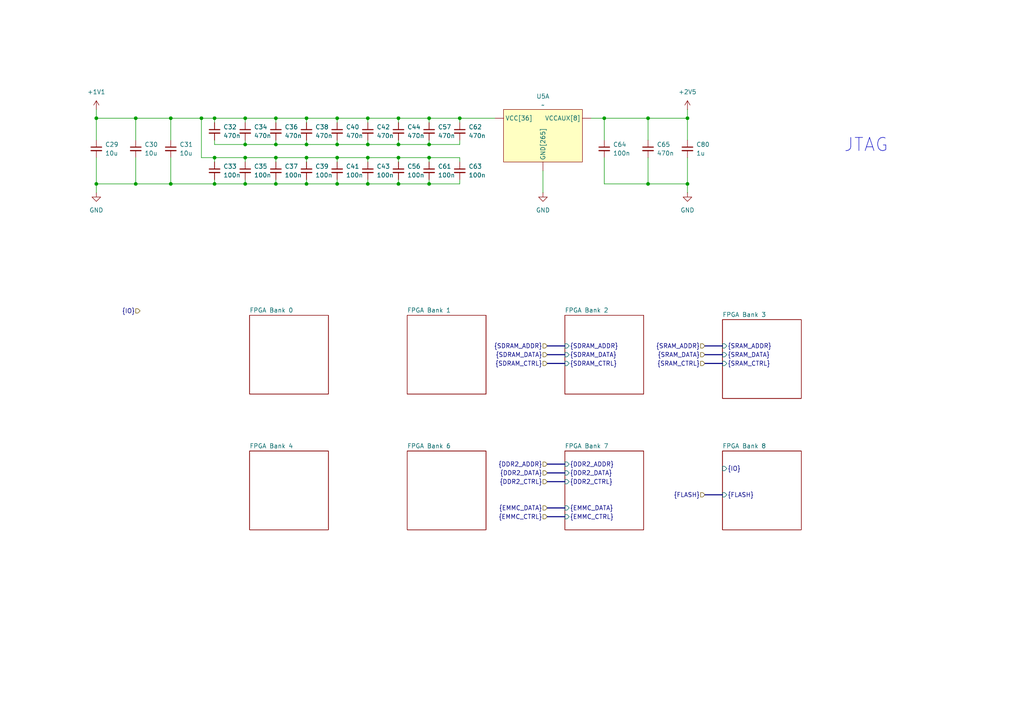
<source format=kicad_sch>
(kicad_sch (version 20231120) (generator "eeschema") (generator_version "8.0")
  (paper "A4")
  (title_block (title "${Project Designation}") (date "2024-06-30") (rev "${Revision}") (comment 1 "${Project Title}") (comment 2 "FPGA POWER") (comment 3 "${Part Number}"))
  (lib_symbols
    (symbol "Device:C_Small" (pin_numbers hide) (pin_names (offset 0.254) hide)
      (property "Reference" "C" (at 0.254 1.778 0))
      (property "Value" "C_Small" (at 0.254 -2.032 0))
      (symbol "C_Small_0_1"
        (polyline (pts (xy -1.524 -0.508) (xy 1.524 -0.508)) (stroke (width 0.3302)))
        (polyline (pts (xy -1.524 0.508) (xy 1.524 0.508)) (stroke (width 0.3048)))
      )
      (symbol "C_Small_1_1"
        (pin passive line (at 0 2.54 270) (length 2.032) (name "~") (number "1"))
        (pin passive line (at 0 -2.54 90) (length 2.032) (name "~") (number "2"))
      )
    )
    (symbol "ECAP5-BSOM:LFE5U-85F-*BG756*"
      (property "Reference" "U" (at -1.016 3.81 0))
      (symbol "LFE5U-85F-*BG756*_1_0"
        (pin power_in line (at 8.89 -15.24 90) (length 2.54) (name "GND[265]") (number ""))
        (pin power_in line (at 22.86 0 180) (length 2.54) (name "VCCAUX[8]") (number ""))
        (pin power_in line (at -5.08 0 0) (length 2.54) (name "VCC[36]") (number ""))
        (pin power_in line (at 8.89 -15.24 90) (length 2.54) hide (name "GND") (number "AA11"))
        (pin power_in line (at -5.08 0 0) (length 2.54) hide (name "VCC") (number "AA12"))
        (pin power_in line (at -5.08 0 0) (length 2.54) hide (name "VCC") (number "AA13"))
        (pin power_in line (at -5.08 0 0) (length 2.54) hide (name "VCC") (number "AA14"))
        (pin power_in line (at -5.08 0 0) (length 2.54) hide (name "VCC") (number "AA15"))
        (pin power_in line (at -5.08 0 0) (length 2.54) hide (name "VCC") (number "AA16"))
        (pin power_in line (at -5.08 0 0) (length 2.54) hide (name "VCC") (number "AA17"))
        (pin power_in line (at -5.08 0 0) (length 2.54) hide (name "VCC") (number "AA18"))
        (pin power_in line (at -5.08 0 0) (length 2.54) hide (name "VCC") (number "AA19"))
        (pin power_in line (at -5.08 0 0) (length 2.54) hide (name "VCC") (number "AA20"))
        (pin power_in line (at -5.08 0 0) (length 2.54) hide (name "VCC") (number "AA21"))
        (pin power_in line (at 8.89 -15.24 90) (length 2.54) hide (name "GND") (number "AA22"))
        (pin power_in line (at 8.89 -15.24 90) (length 2.54) hide (name "GND") (number "AB11"))
        (pin power_in line (at 8.89 -15.24 90) (length 2.54) hide (name "GND") (number "AB12"))
        (pin power_in line (at 8.89 -15.24 90) (length 2.54) hide (name "GND") (number "AB13"))
        (pin power_in line (at 8.89 -15.24 90) (length 2.54) hide (name "GND") (number "AB14"))
        (pin power_in line (at 8.89 -15.24 90) (length 2.54) hide (name "GND") (number "AB15"))
        (pin power_in line (at 8.89 -15.24 90) (length 2.54) hide (name "GND") (number "AB16"))
        (pin power_in line (at 8.89 -15.24 90) (length 2.54) hide (name "GND") (number "AB17"))
        (pin power_in line (at 8.89 -15.24 90) (length 2.54) hide (name "GND") (number "AB18"))
        (pin power_in line (at 8.89 -15.24 90) (length 2.54) hide (name "GND") (number "AB19"))
        (pin power_in line (at 8.89 -15.24 90) (length 2.54) hide (name "GND") (number "AB20"))
        (pin power_in line (at 8.89 -15.24 90) (length 2.54) hide (name "GND") (number "AB21"))
        (pin power_in line (at 8.89 -15.24 90) (length 2.54) hide (name "GND") (number "AB22"))
        (pin power_in line (at 22.86 0 180) (length 2.54) hide (name "VCCAUX") (number "AC11"))
        (pin power_in line (at 8.89 -15.24 90) (length 2.54) hide (name "GND") (number "AC12"))
        (pin power_in line (at 8.89 -15.24 90) (length 2.54) hide (name "GND") (number "AC13"))
        (pin power_in line (at 8.89 -15.24 90) (length 2.54) hide (name "GND") (number "AC14"))
        (pin power_in line (at 8.89 -15.24 90) (length 2.54) hide (name "GND") (number "AC15"))
        (pin power_in line (at 8.89 -15.24 90) (length 2.54) hide (name "GND") (number "AC16"))
        (pin power_in line (at 8.89 -15.24 90) (length 2.54) hide (name "GND") (number "AC17"))
        (pin power_in line (at 8.89 -15.24 90) (length 2.54) hide (name "GND") (number "AC18"))
        (pin power_in line (at 8.89 -15.24 90) (length 2.54) hide (name "GND") (number "AC19"))
        (pin power_in line (at 8.89 -15.24 90) (length 2.54) hide (name "GND") (number "AC20"))
        (pin power_in line (at 8.89 -15.24 90) (length 2.54) hide (name "GND") (number "AC21"))
        (pin power_in line (at 22.86 0 180) (length 2.54) hide (name "VCCAUX") (number "AC22"))
        (pin power_in line (at 8.89 -15.24 90) (length 2.54) hide (name "GND") (number "AD2"))
        (pin power_in line (at 8.89 -15.24 90) (length 2.54) hide (name "GND") (number "AD28"))
        (pin power_in line (at 8.89 -15.24 90) (length 2.54) hide (name "GND") (number "AD31"))
        (pin power_in line (at 8.89 -15.24 90) (length 2.54) hide (name "GND") (number "AD5"))
        (pin power_in line (at 8.89 -15.24 90) (length 2.54) hide (name "GND") (number "AF11"))
        (pin power_in line (at 8.89 -15.24 90) (length 2.54) hide (name "GND") (number "AF12"))
        (pin power_in line (at 8.89 -15.24 90) (length 2.54) hide (name "GND") (number "AF14"))
        (pin power_in line (at 8.89 -15.24 90) (length 2.54) hide (name "GND") (number "AF15"))
        (pin power_in line (at 8.89 -15.24 90) (length 2.54) hide (name "GND") (number "AF16"))
        (pin power_in line (at 8.89 -15.24 90) (length 2.54) hide (name "GND") (number "AF17"))
        (pin power_in line (at 8.89 -15.24 90) (length 2.54) hide (name "GND") (number "AF19"))
        (pin power_in line (at 8.89 -15.24 90) (length 2.54) hide (name "GND") (number "AF20"))
        (pin power_in line (at 8.89 -15.24 90) (length 2.54) hide (name "GND") (number "AF22"))
        (pin power_in line (at 8.89 -15.24 90) (length 2.54) hide (name "GND") (number "AF23"))
        (pin power_in line (at 8.89 -15.24 90) (length 2.54) hide (name "GND") (number "AG11"))
        (pin power_in line (at 8.89 -15.24 90) (length 2.54) hide (name "GND") (number "AG12"))
        (pin power_in line (at 8.89 -15.24 90) (length 2.54) hide (name "GND") (number "AG14"))
        (pin power_in line (at 8.89 -15.24 90) (length 2.54) hide (name "GND") (number "AG15"))
        (pin power_in line (at 8.89 -15.24 90) (length 2.54) hide (name "GND") (number "AG16"))
        (pin power_in line (at 8.89 -15.24 90) (length 2.54) hide (name "GND") (number "AG17"))
        (pin power_in line (at 8.89 -15.24 90) (length 2.54) hide (name "GND") (number "AG19"))
        (pin power_in line (at 8.89 -15.24 90) (length 2.54) hide (name "GND") (number "AG20"))
        (pin power_in line (at 8.89 -15.24 90) (length 2.54) hide (name "GND") (number "AG22"))
        (pin power_in line (at 8.89 -15.24 90) (length 2.54) hide (name "GND") (number "AG23"))
        (pin power_in line (at 8.89 -15.24 90) (length 2.54) hide (name "GND") (number "AG9"))
        (pin power_in line (at 8.89 -15.24 90) (length 2.54) hide (name "GND") (number "AH11"))
        (pin power_in line (at 8.89 -15.24 90) (length 2.54) hide (name "GND") (number "AH12"))
        (pin power_in line (at 8.89 -15.24 90) (length 2.54) hide (name "GND") (number "AH14"))
        (pin power_in line (at 8.89 -15.24 90) (length 2.54) hide (name "GND") (number "AH15"))
        (pin power_in line (at 8.89 -15.24 90) (length 2.54) hide (name "GND") (number "AH16"))
        (pin power_in line (at 8.89 -15.24 90) (length 2.54) hide (name "GND") (number "AH17"))
        (pin power_in line (at 8.89 -15.24 90) (length 2.54) hide (name "GND") (number "AH19"))
        (pin power_in line (at 8.89 -15.24 90) (length 2.54) hide (name "GND") (number "AH2"))
        (pin power_in line (at 8.89 -15.24 90) (length 2.54) hide (name "GND") (number "AH20"))
        (pin power_in line (at 8.89 -15.24 90) (length 2.54) hide (name "GND") (number "AH22"))
        (pin power_in line (at 8.89 -15.24 90) (length 2.54) hide (name "GND") (number "AH23"))
        (pin power_in line (at 8.89 -15.24 90) (length 2.54) hide (name "GND") (number "AH24"))
        (pin power_in line (at 8.89 -15.24 90) (length 2.54) hide (name "GND") (number "AH25"))
        (pin power_in line (at 8.89 -15.24 90) (length 2.54) hide (name "GND") (number "AH26"))
        (pin power_in line (at 8.89 -15.24 90) (length 2.54) hide (name "GND") (number "AH29"))
        (pin power_in line (at 8.89 -15.24 90) (length 2.54) hide (name "GND") (number "AH31"))
        (pin power_in line (at 8.89 -15.24 90) (length 2.54) hide (name "GND") (number "AH5"))
        (pin power_in line (at 8.89 -15.24 90) (length 2.54) hide (name "GND") (number "AH7"))
        (pin power_in line (at 8.89 -15.24 90) (length 2.54) hide (name "GND") (number "AH8"))
        (pin power_in line (at 8.89 -15.24 90) (length 2.54) hide (name "GND") (number "AH9"))
        (pin power_in line (at 8.89 -15.24 90) (length 2.54) hide (name "GND") (number "AJ10"))
        (pin power_in line (at 8.89 -15.24 90) (length 2.54) hide (name "GND") (number "AJ11"))
        (pin power_in line (at 8.89 -15.24 90) (length 2.54) hide (name "GND") (number "AJ12"))
        (pin power_in line (at 8.89 -15.24 90) (length 2.54) hide (name "GND") (number "AJ13"))
        (pin power_in line (at 8.89 -15.24 90) (length 2.54) hide (name "GND") (number "AJ14"))
        (pin power_in line (at 8.89 -15.24 90) (length 2.54) hide (name "GND") (number "AJ15"))
        (pin power_in line (at 8.89 -15.24 90) (length 2.54) hide (name "GND") (number "AJ16"))
        (pin power_in line (at 8.89 -15.24 90) (length 2.54) hide (name "GND") (number "AJ17"))
        (pin power_in line (at 8.89 -15.24 90) (length 2.54) hide (name "GND") (number "AJ18"))
        (pin power_in line (at 8.89 -15.24 90) (length 2.54) hide (name "GND") (number "AJ19"))
        (pin power_in line (at 8.89 -15.24 90) (length 2.54) hide (name "GND") (number "AJ20"))
        (pin power_in line (at 8.89 -15.24 90) (length 2.54) hide (name "GND") (number "AJ21"))
        (pin power_in line (at 8.89 -15.24 90) (length 2.54) hide (name "GND") (number "AJ22"))
        (pin power_in line (at 8.89 -15.24 90) (length 2.54) hide (name "GND") (number "AJ23"))
        (pin power_in line (at 8.89 -15.24 90) (length 2.54) hide (name "GND") (number "AJ24"))
        (pin power_in line (at 8.89 -15.24 90) (length 2.54) hide (name "GND") (number "AJ25"))
        (pin power_in line (at 8.89 -15.24 90) (length 2.54) hide (name "GND") (number "AJ26"))
        (pin power_in line (at 8.89 -15.24 90) (length 2.54) hide (name "GND") (number "AJ7"))
        (pin power_in line (at 8.89 -15.24 90) (length 2.54) hide (name "GND") (number "AJ8"))
        (pin power_in line (at 8.89 -15.24 90) (length 2.54) hide (name "GND") (number "AJ9"))
        (pin power_in line (at 8.89 -15.24 90) (length 2.54) hide (name "GND") (number "AK11"))
        (pin power_in line (at 8.89 -15.24 90) (length 2.54) hide (name "GND") (number "AK14"))
        (pin power_in line (at 8.89 -15.24 90) (length 2.54) hide (name "GND") (number "AK17"))
        (pin power_in line (at 8.89 -15.24 90) (length 2.54) hide (name "GND") (number "AK20"))
        (pin power_in line (at 8.89 -15.24 90) (length 2.54) hide (name "GND") (number "AK23"))
        (pin power_in line (at 8.89 -15.24 90) (length 2.54) hide (name "GND") (number "AK26"))
        (pin power_in line (at 8.89 -15.24 90) (length 2.54) hide (name "GND") (number "AK7"))
        (pin power_in line (at 8.89 -15.24 90) (length 2.54) hide (name "GND") (number "AK8"))
        (pin power_in line (at 8.89 -15.24 90) (length 2.54) hide (name "GND") (number "AL11"))
        (pin power_in line (at 8.89 -15.24 90) (length 2.54) hide (name "GND") (number "AL12"))
        (pin power_in line (at 8.89 -15.24 90) (length 2.54) hide (name "GND") (number "AL14"))
        (pin power_in line (at 8.89 -15.24 90) (length 2.54) hide (name "GND") (number "AL15"))
        (pin power_in line (at 8.89 -15.24 90) (length 2.54) hide (name "GND") (number "AL17"))
        (pin power_in line (at 8.89 -15.24 90) (length 2.54) hide (name "GND") (number "AL18"))
        (pin power_in line (at 8.89 -15.24 90) (length 2.54) hide (name "GND") (number "AL2"))
        (pin power_in line (at 8.89 -15.24 90) (length 2.54) hide (name "GND") (number "AL20"))
        (pin power_in line (at 8.89 -15.24 90) (length 2.54) hide (name "GND") (number "AL21"))
        (pin power_in line (at 8.89 -15.24 90) (length 2.54) hide (name "GND") (number "AL23"))
        (pin power_in line (at 8.89 -15.24 90) (length 2.54) hide (name "GND") (number "AL24"))
        (pin power_in line (at 8.89 -15.24 90) (length 2.54) hide (name "GND") (number "AL26"))
        (pin power_in line (at 8.89 -15.24 90) (length 2.54) hide (name "GND") (number "AL29"))
        (pin power_in line (at 8.89 -15.24 90) (length 2.54) hide (name "GND") (number "AL31"))
        (pin power_in line (at 8.89 -15.24 90) (length 2.54) hide (name "GND") (number "AL5"))
        (pin power_in line (at 8.89 -15.24 90) (length 2.54) hide (name "GND") (number "AL7"))
        (pin power_in line (at 8.89 -15.24 90) (length 2.54) hide (name "GND") (number "AL8"))
        (pin power_in line (at 8.89 -15.24 90) (length 2.54) hide (name "GND") (number "AL9"))
        (pin power_in line (at 8.89 -15.24 90) (length 2.54) hide (name "GND") (number "AM11"))
        (pin power_in line (at 8.89 -15.24 90) (length 2.54) hide (name "GND") (number "AM12"))
        (pin power_in line (at 8.89 -15.24 90) (length 2.54) hide (name "GND") (number "AM14"))
        (pin power_in line (at 8.89 -15.24 90) (length 2.54) hide (name "GND") (number "AM15"))
        (pin power_in line (at 8.89 -15.24 90) (length 2.54) hide (name "GND") (number "AM17"))
        (pin power_in line (at 8.89 -15.24 90) (length 2.54) hide (name "GND") (number "AM18"))
        (pin power_in line (at 8.89 -15.24 90) (length 2.54) hide (name "GND") (number "AM20"))
        (pin power_in line (at 8.89 -15.24 90) (length 2.54) hide (name "GND") (number "AM21"))
        (pin power_in line (at 8.89 -15.24 90) (length 2.54) hide (name "GND") (number "AM23"))
        (pin power_in line (at 8.89 -15.24 90) (length 2.54) hide (name "GND") (number "AM24"))
        (pin power_in line (at 8.89 -15.24 90) (length 2.54) hide (name "GND") (number "AM26"))
        (pin power_in line (at 8.89 -15.24 90) (length 2.54) hide (name "GND") (number "AM7"))
        (pin power_in line (at 8.89 -15.24 90) (length 2.54) hide (name "GND") (number "AM8"))
        (pin power_in line (at 8.89 -15.24 90) (length 2.54) hide (name "GND") (number "AM9"))
        (pin power_in line (at 8.89 -15.24 90) (length 2.54) hide (name "GND") (number "B13"))
        (pin power_in line (at 8.89 -15.24 90) (length 2.54) hide (name "GND") (number "B15"))
        (pin power_in line (at 8.89 -15.24 90) (length 2.54) hide (name "GND") (number "B18"))
        (pin power_in line (at 8.89 -15.24 90) (length 2.54) hide (name "GND") (number "B2"))
        (pin power_in line (at 8.89 -15.24 90) (length 2.54) hide (name "GND") (number "B20"))
        (pin power_in line (at 8.89 -15.24 90) (length 2.54) hide (name "GND") (number "B24"))
        (pin power_in line (at 8.89 -15.24 90) (length 2.54) hide (name "GND") (number "B28"))
        (pin power_in line (at 8.89 -15.24 90) (length 2.54) hide (name "GND") (number "B31"))
        (pin power_in line (at 8.89 -15.24 90) (length 2.54) hide (name "GND") (number "B5"))
        (pin power_in line (at 8.89 -15.24 90) (length 2.54) hide (name "GND") (number "B9"))
        (pin power_in line (at 8.89 -15.24 90) (length 2.54) hide (name "GND") (number "E13"))
        (pin power_in line (at 8.89 -15.24 90) (length 2.54) hide (name "GND") (number "E15"))
        (pin power_in line (at 8.89 -15.24 90) (length 2.54) hide (name "GND") (number "E18"))
        (pin power_in line (at 8.89 -15.24 90) (length 2.54) hide (name "GND") (number "E2"))
        (pin power_in line (at 8.89 -15.24 90) (length 2.54) hide (name "GND") (number "E20"))
        (pin power_in line (at 8.89 -15.24 90) (length 2.54) hide (name "GND") (number "E24"))
        (pin power_in line (at 8.89 -15.24 90) (length 2.54) hide (name "GND") (number "E28"))
        (pin power_in line (at 8.89 -15.24 90) (length 2.54) hide (name "GND") (number "E31"))
        (pin power_in line (at 8.89 -15.24 90) (length 2.54) hide (name "GND") (number "E5"))
        (pin power_in line (at 8.89 -15.24 90) (length 2.54) hide (name "GND") (number "E9"))
        (pin power_in line (at 8.89 -15.24 90) (length 2.54) hide (name "GND") (number "J2"))
        (pin power_in line (at 8.89 -15.24 90) (length 2.54) hide (name "GND") (number "J28"))
        (pin power_in line (at 8.89 -15.24 90) (length 2.54) hide (name "GND") (number "J31"))
        (pin power_in line (at 8.89 -15.24 90) (length 2.54) hide (name "GND") (number "J5"))
        (pin power_in line (at 8.89 -15.24 90) (length 2.54) hide (name "GND") (number "K10"))
        (pin power_in line (at 8.89 -15.24 90) (length 2.54) hide (name "GND") (number "K11"))
        (pin power_in line (at 22.86 0 180) (length 2.54) hide (name "VCCAUX") (number "K13"))
        (pin power_in line (at 22.86 0 180) (length 2.54) hide (name "VCCAUX") (number "K20"))
        (pin power_in line (at 8.89 -15.24 90) (length 2.54) hide (name "GND") (number "K22"))
        (pin power_in line (at 8.89 -15.24 90) (length 2.54) hide (name "GND") (number "K23"))
        (pin power_in line (at 8.89 -15.24 90) (length 2.54) hide (name "GND") (number "L10"))
        (pin power_in line (at 8.89 -15.24 90) (length 2.54) hide (name "GND") (number "L11"))
        (pin power_in line (at 8.89 -15.24 90) (length 2.54) hide (name "GND") (number "L12"))
        (pin power_in line (at 8.89 -15.24 90) (length 2.54) hide (name "GND") (number "L13"))
        (pin power_in line (at 8.89 -15.24 90) (length 2.54) hide (name "GND") (number "L14"))
        (pin power_in line (at 8.89 -15.24 90) (length 2.54) hide (name "GND") (number "L15"))
        (pin power_in line (at 8.89 -15.24 90) (length 2.54) hide (name "GND") (number "L16"))
        (pin power_in line (at 8.89 -15.24 90) (length 2.54) hide (name "GND") (number "L17"))
        (pin power_in line (at 8.89 -15.24 90) (length 2.54) hide (name "GND") (number "L18"))
        (pin power_in line (at 8.89 -15.24 90) (length 2.54) hide (name "GND") (number "L19"))
        (pin power_in line (at 8.89 -15.24 90) (length 2.54) hide (name "GND") (number "L20"))
        (pin power_in line (at 8.89 -15.24 90) (length 2.54) hide (name "GND") (number "L21"))
        (pin power_in line (at 8.89 -15.24 90) (length 2.54) hide (name "GND") (number "L22"))
        (pin power_in line (at 8.89 -15.24 90) (length 2.54) hide (name "GND") (number "L23"))
        (pin power_in line (at 8.89 -15.24 90) (length 2.54) hide (name "GND") (number "M11"))
        (pin power_in line (at -5.08 0 0) (length 2.54) hide (name "VCC") (number "M12"))
        (pin power_in line (at -5.08 0 0) (length 2.54) hide (name "VCC") (number "M13"))
        (pin power_in line (at -5.08 0 0) (length 2.54) hide (name "VCC") (number "M14"))
        (pin power_in line (at -5.08 0 0) (length 2.54) hide (name "VCC") (number "M15"))
        (pin power_in line (at -5.08 0 0) (length 2.54) hide (name "VCC") (number "M16"))
        (pin power_in line (at -5.08 0 0) (length 2.54) hide (name "VCC") (number "M17"))
        (pin power_in line (at -5.08 0 0) (length 2.54) hide (name "VCC") (number "M18"))
        (pin power_in line (at -5.08 0 0) (length 2.54) hide (name "VCC") (number "M19"))
        (pin power_in line (at -5.08 0 0) (length 2.54) hide (name "VCC") (number "M20"))
        (pin power_in line (at -5.08 0 0) (length 2.54) hide (name "VCC") (number "M21"))
        (pin power_in line (at 8.89 -15.24 90) (length 2.54) hide (name "GND") (number "M22"))
        (pin power_in line (at 22.86 0 180) (length 2.54) hide (name "VCCAUX") (number "N10"))
        (pin power_in line (at 8.89 -15.24 90) (length 2.54) hide (name "GND") (number "N11"))
        (pin power_in line (at -5.08 0 0) (length 2.54) hide (name "VCC") (number "N12"))
        (pin power_in line (at 8.89 -15.24 90) (length 2.54) hide (name "GND") (number "N13"))
        (pin power_in line (at 8.89 -15.24 90) (length 2.54) hide (name "GND") (number "N14"))
        (pin power_in line (at 8.89 -15.24 90) (length 2.54) hide (name "GND") (number "N15"))
        (pin power_in line (at 8.89 -15.24 90) (length 2.54) hide (name "GND") (number "N16"))
        (pin power_in line (at 8.89 -15.24 90) (length 2.54) hide (name "GND") (number "N17"))
        (pin power_in line (at 8.89 -15.24 90) (length 2.54) hide (name "GND") (number "N18"))
        (pin power_in line (at 8.89 -15.24 90) (length 2.54) hide (name "GND") (number "N19"))
        (pin power_in line (at 8.89 -15.24 90) (length 2.54) hide (name "GND") (number "N2"))
        (pin power_in line (at 8.89 -15.24 90) (length 2.54) hide (name "GND") (number "N20"))
        (pin power_in line (at -5.08 0 0) (length 2.54) hide (name "VCC") (number "N21"))
        (pin power_in line (at 8.89 -15.24 90) (length 2.54) hide (name "GND") (number "N22"))
        (pin power_in line (at 22.86 0 180) (length 2.54) hide (name "VCCAUX") (number "N23"))
        (pin power_in line (at 8.89 -15.24 90) (length 2.54) hide (name "GND") (number "N28"))
        (pin power_in line (at 8.89 -15.24 90) (length 2.54) hide (name "GND") (number "N31"))
        (pin power_in line (at 8.89 -15.24 90) (length 2.54) hide (name "GND") (number "N5"))
        (pin power_in line (at 8.89 -15.24 90) (length 2.54) hide (name "GND") (number "P11"))
        (pin power_in line (at -5.08 0 0) (length 2.54) hide (name "VCC") (number "P12"))
        (pin power_in line (at 8.89 -15.24 90) (length 2.54) hide (name "GND") (number "P13"))
        (pin power_in line (at 8.89 -15.24 90) (length 2.54) hide (name "GND") (number "P14"))
        (pin power_in line (at 8.89 -15.24 90) (length 2.54) hide (name "GND") (number "P15"))
        (pin power_in line (at 8.89 -15.24 90) (length 2.54) hide (name "GND") (number "P16"))
        (pin power_in line (at 8.89 -15.24 90) (length 2.54) hide (name "GND") (number "P17"))
        (pin power_in line (at 8.89 -15.24 90) (length 2.54) hide (name "GND") (number "P18"))
        (pin power_in line (at 8.89 -15.24 90) (length 2.54) hide (name "GND") (number "P19"))
        (pin power_in line (at -5.08 0 0) (length 2.54) hide (name "VCC") (number "P21"))
        (pin power_in line (at 8.89 -15.24 90) (length 2.54) hide (name "GND") (number "P22"))
        (pin power_in line (at -5.08 0 0) (length 2.54) hide (name "VCC") (number "R12"))
        (pin power_in line (at 8.89 -15.24 90) (length 2.54) hide (name "GND") (number "R13"))
        (pin power_in line (at 8.89 -15.24 90) (length 2.54) hide (name "GND") (number "R14"))
        (pin power_in line (at 8.89 -15.24 90) (length 2.54) hide (name "GND") (number "R15"))
        (pin power_in line (at 8.89 -15.24 90) (length 2.54) hide (name "GND") (number "R16"))
        (pin power_in line (at 8.89 -15.24 90) (length 2.54) hide (name "GND") (number "R17"))
        (pin power_in line (at 8.89 -15.24 90) (length 2.54) hide (name "GND") (number "R18"))
        (pin power_in line (at 8.89 -15.24 90) (length 2.54) hide (name "GND") (number "R19"))
        (pin power_in line (at 8.89 -15.24 90) (length 2.54) hide (name "GND") (number "R2"))
        (pin power_in line (at 8.89 -15.24 90) (length 2.54) hide (name "GND") (number "R20"))
        (pin power_in line (at -5.08 0 0) (length 2.54) hide (name "VCC") (number "R21"))
        (pin power_in line (at 8.89 -15.24 90) (length 2.54) hide (name "GND") (number "R22"))
        (pin power_in line (at 8.89 -15.24 90) (length 2.54) hide (name "GND") (number "R28"))
        (pin power_in line (at 8.89 -15.24 90) (length 2.54) hide (name "GND") (number "R31"))
        (pin power_in line (at 8.89 -15.24 90) (length 2.54) hide (name "GND") (number "R5"))
        (pin power_in line (at 8.89 -15.24 90) (length 2.54) hide (name "GND") (number "T11"))
        (pin power_in line (at -5.08 0 0) (length 2.54) hide (name "VCC") (number "T12"))
        (pin power_in line (at 8.89 -15.24 90) (length 2.54) hide (name "GND") (number "T13"))
        (pin power_in line (at 8.89 -15.24 90) (length 2.54) hide (name "GND") (number "T14"))
        (pin power_in line (at 8.89 -15.24 90) (length 2.54) hide (name "GND") (number "T15"))
        (pin power_in line (at 8.89 -15.24 90) (length 2.54) hide (name "GND") (number "T16"))
        (pin power_in line (at 8.89 -15.24 90) (length 2.54) hide (name "GND") (number "T17"))
        (pin power_in line (at 8.89 -15.24 90) (length 2.54) hide (name "GND") (number "T18"))
        (pin power_in line (at 8.89 -15.24 90) (length 2.54) hide (name "GND") (number "T19"))
        (pin power_in line (at 8.89 -15.24 90) (length 2.54) hide (name "GND") (number "T20"))
        (pin power_in line (at -5.08 0 0) (length 2.54) hide (name "VCC") (number "T21"))
        (pin power_in line (at 8.89 -15.24 90) (length 2.54) hide (name "GND") (number "T22"))
        (pin power_in line (at 8.89 -15.24 90) (length 2.54) hide (name "GND") (number "U11"))
        (pin power_in line (at -5.08 0 0) (length 2.54) hide (name "VCC") (number "U12"))
        (pin power_in line (at 8.89 -15.24 90) (length 2.54) hide (name "GND") (number "U13"))
        (pin power_in line (at 8.89 -15.24 90) (length 2.54) hide (name "GND") (number "U14"))
        (pin power_in line (at 8.89 -15.24 90) (length 2.54) hide (name "GND") (number "U15"))
        (pin power_in line (at 8.89 -15.24 90) (length 2.54) hide (name "GND") (number "U16"))
        (pin power_in line (at 8.89 -15.24 90) (length 2.54) hide (name "GND") (number "U17"))
        (pin power_in line (at 8.89 -15.24 90) (length 2.54) hide (name "GND") (number "U18"))
        (pin power_in line (at 8.89 -15.24 90) (length 2.54) hide (name "GND") (number "U19"))
        (pin power_in line (at 8.89 -15.24 90) (length 2.54) hide (name "GND") (number "U20"))
        (pin power_in line (at -5.08 0 0) (length 2.54) hide (name "VCC") (number "U21"))
        (pin power_in line (at 8.89 -15.24 90) (length 2.54) hide (name "GND") (number "U22"))
        (pin power_in line (at 8.89 -15.24 90) (length 2.54) hide (name "GND") (number "V11"))
        (pin power_in line (at -5.08 0 0) (length 2.54) hide (name "VCC") (number "V12"))
        (pin power_in line (at 8.89 -15.24 90) (length 2.54) hide (name "GND") (number "V13"))
        (pin power_in line (at 8.89 -15.24 90) (length 2.54) hide (name "GND") (number "V14"))
        (pin power_in line (at 8.89 -15.24 90) (length 2.54) hide (name "GND") (number "V15"))
        (pin power_in line (at 8.89 -15.24 90) (length 2.54) hide (name "GND") (number "V16"))
        (pin power_in line (at 8.89 -15.24 90) (length 2.54) hide (name "GND") (number "V17"))
        (pin power_in line (at 8.89 -15.24 90) (length 2.54) hide (name "GND") (number "V18"))
        (pin power_in line (at 8.89 -15.24 90) (length 2.54) hide (name "GND") (number "V19"))
        (pin power_in line (at 8.89 -15.24 90) (length 2.54) hide (name "GND") (number "V2"))
        (pin power_in line (at 8.89 -15.24 90) (length 2.54) hide (name "GND") (number "V20"))
        (pin power_in line (at -5.08 0 0) (length 2.54) hide (name "VCC") (number "V21"))
        (pin power_in line (at 8.89 -15.24 90) (length 2.54) hide (name "GND") (number "V22"))
        (pin power_in line (at 8.89 -15.24 90) (length 2.54) hide (name "GND") (number "V28"))
        (pin power_in line (at 8.89 -15.24 90) (length 2.54) hide (name "GND") (number "V31"))
        (pin power_in line (at 8.89 -15.24 90) (length 2.54) hide (name "GND") (number "V5"))
        (pin power_in line (at 8.89 -15.24 90) (length 2.54) hide (name "GND") (number "W11"))
        (pin power_in line (at -5.08 0 0) (length 2.54) hide (name "VCC") (number "W12"))
        (pin power_in line (at 8.89 -15.24 90) (length 2.54) hide (name "GND") (number "W13"))
        (pin power_in line (at 8.89 -15.24 90) (length 2.54) hide (name "GND") (number "W14"))
        (pin power_in line (at 8.89 -15.24 90) (length 2.54) hide (name "GND") (number "W15"))
        (pin power_in line (at 8.89 -15.24 90) (length 2.54) hide (name "GND") (number "W16"))
        (pin power_in line (at 8.89 -15.24 90) (length 2.54) hide (name "GND") (number "W17"))
        (pin power_in line (at 8.89 -15.24 90) (length 2.54) hide (name "GND") (number "W18"))
        (pin power_in line (at 8.89 -15.24 90) (length 2.54) hide (name "GND") (number "W19"))
        (pin power_in line (at 8.89 -15.24 90) (length 2.54) hide (name "GND") (number "W20"))
        (pin power_in line (at -5.08 0 0) (length 2.54) hide (name "VCC") (number "W21"))
        (pin power_in line (at 8.89 -15.24 90) (length 2.54) hide (name "GND") (number "W22"))
        (pin power_in line (at 22.86 0 180) (length 2.54) hide (name "VCCAUX") (number "Y10"))
        (pin power_in line (at 8.89 -15.24 90) (length 2.54) hide (name "GND") (number "Y11"))
        (pin power_in line (at -5.08 0 0) (length 2.54) hide (name "VCC") (number "Y12"))
        (pin power_in line (at 8.89 -15.24 90) (length 2.54) hide (name "GND") (number "Y13"))
        (pin power_in line (at 8.89 -15.24 90) (length 2.54) hide (name "GND") (number "Y14"))
        (pin power_in line (at 8.89 -15.24 90) (length 2.54) hide (name "GND") (number "Y15"))
        (pin power_in line (at 8.89 -15.24 90) (length 2.54) hide (name "GND") (number "Y16"))
        (pin power_in line (at 8.89 -15.24 90) (length 2.54) hide (name "GND") (number "Y17"))
        (pin power_in line (at 8.89 -15.24 90) (length 2.54) hide (name "GND") (number "Y18"))
        (pin power_in line (at 8.89 -15.24 90) (length 2.54) hide (name "GND") (number "Y19"))
        (pin power_in line (at 8.89 -15.24 90) (length 2.54) hide (name "GND") (number "Y2"))
        (pin power_in line (at 8.89 -15.24 90) (length 2.54) hide (name "GND") (number "Y20"))
        (pin power_in line (at -5.08 0 0) (length 2.54) hide (name "VCC") (number "Y21"))
        (pin power_in line (at 8.89 -15.24 90) (length 2.54) hide (name "GND") (number "Y22"))
        (pin power_in line (at 22.86 0 180) (length 2.54) hide (name "VCCAUX") (number "Y23"))
        (pin power_in line (at 8.89 -15.24 90) (length 2.54) hide (name "GND") (number "Y31"))
      )
      (symbol "LFE5U-85F-*BG756*_1_1"
        (rectangle (start -2.54 2.54) (end 20.32 -12.7) (fill (type background)))
      )
      (symbol "LFE5U-85F-*BG756*_2_0"
        (pin power_in line (at 41.91 21.59 180) (length 2.54) (name "VCCIO0") (number ""))
        (pin power_in line (at 41.91 19.05 180) (length 2.54) (name "VCCIO1") (number ""))
        (pin power_in line (at 41.91 16.51 180) (length 2.54) (name "VCCIO2") (number ""))
        (pin power_in line (at 41.91 13.97 180) (length 2.54) (name "VCCIO3") (number ""))
        (pin power_in line (at 41.91 11.43 180) (length 2.54) (name "VCCIO4") (number ""))
        (pin power_in line (at 41.91 8.89 180) (length 2.54) (name "VCCIO6") (number ""))
        (pin power_in line (at 41.91 6.35 180) (length 2.54) (name "VCCIO7") (number ""))
        (pin power_in line (at 41.91 3.81 180) (length 2.54) (name "VCCIO8") (number ""))
        (pin power_in line (at 41.91 8.89 180) (length 2.54) hide (name "VCCIO6") (number "AA10"))
        (pin power_in line (at 41.91 13.97 180) (length 2.54) hide (name "VCCIO3") (number "AA23"))
        (pin power_in line (at 41.91 3.81 180) (length 2.54) hide (name "VCCIO8") (number "AB10"))
        (pin power_in line (at 41.91 11.43 180) (length 2.54) hide (name "VCCIO4") (number "AB23"))
        (pin power_in line (at 41.91 3.81 180) (length 2.54) hide (name "VCCIO8") (number "AC10"))
        (pin power_in line (at 41.91 11.43 180) (length 2.54) hide (name "VCCIO4") (number "AC23"))
        (pin power_in line (at 41.91 21.59 180) (length 2.54) hide (name "VCCIO0") (number "K12"))
        (pin power_in line (at 41.91 21.59 180) (length 2.54) hide (name "VCCIO0") (number "K14"))
        (pin power_in line (at 41.91 21.59 180) (length 2.54) hide (name "VCCIO0") (number "K15"))
        (pin power_in line (at 41.91 21.59 180) (length 2.54) hide (name "VCCIO0") (number "K16"))
        (pin power_in line (at 41.91 19.05 180) (length 2.54) hide (name "VCCIO1") (number "K17"))
        (pin power_in line (at 41.91 19.05 180) (length 2.54) hide (name "VCCIO1") (number "K18"))
        (pin power_in line (at 41.91 19.05 180) (length 2.54) hide (name "VCCIO1") (number "K19"))
        (pin power_in line (at 41.91 19.05 180) (length 2.54) hide (name "VCCIO1") (number "K21"))
        (pin power_in line (at 41.91 6.35 180) (length 2.54) hide (name "VCCIO7") (number "M10"))
        (pin power_in line (at 41.91 16.51 180) (length 2.54) hide (name "VCCIO2") (number "M23"))
        (pin power_in line (at 41.91 6.35 180) (length 2.54) hide (name "VCCIO7") (number "P10"))
        (pin power_in line (at 41.91 16.51 180) (length 2.54) hide (name "VCCIO2") (number "P23"))
        (pin power_in line (at 41.91 6.35 180) (length 2.54) hide (name "VCCIO7") (number "R10"))
        (pin power_in line (at 41.91 16.51 180) (length 2.54) hide (name "VCCIO2") (number "R23"))
        (pin power_in line (at 41.91 6.35 180) (length 2.54) hide (name "VCCIO7") (number "T10"))
        (pin power_in line (at 41.91 16.51 180) (length 2.54) hide (name "VCCIO2") (number "T23"))
        (pin power_in line (at 41.91 8.89 180) (length 2.54) hide (name "VCCIO6") (number "U10"))
        (pin power_in line (at 41.91 13.97 180) (length 2.54) hide (name "VCCIO3") (number "U23"))
        (pin power_in line (at 41.91 8.89 180) (length 2.54) hide (name "VCCIO6") (number "V10"))
        (pin power_in line (at 41.91 13.97 180) (length 2.54) hide (name "VCCIO3") (number "V23"))
        (pin power_in line (at 41.91 8.89 180) (length 2.54) hide (name "VCCIO6") (number "W10"))
        (pin power_in line (at 41.91 13.97 180) (length 2.54) hide (name "VCCIO3") (number "W23"))
      )
      (symbol "LFE5U-85F-*BG756*_2_1"
        (rectangle (start -2.54 2.54) (end 20.32 -20.32) (fill (type background)))
      )
    )
    (symbol "power:+1V1" (power) (pin_numbers hide) (pin_names (offset 0) hide)
      (property "Value" "+1V1" (at 0 3.556 0))
      (symbol "+1V1_0_1"
        (polyline (pts (xy -0.762 1.27) (xy 0 2.54)))
        (polyline (pts (xy 0 0) (xy 0 2.54)))
        (polyline (pts (xy 0 2.54) (xy 0.762 1.27)))
      )
      (symbol "+1V1_1_1"
        (pin power_in line (at 0 0 90) (length 0) (name "~") (number "1"))
      )
    )
    (symbol "power:+2V5" (power) (pin_numbers hide) (pin_names (offset 0) hide)
      (property "Value" "+2V5" (at 0 3.556 0))
      (symbol "+2V5_0_1"
        (polyline (pts (xy -0.762 1.27) (xy 0 2.54)))
        (polyline (pts (xy 0 0) (xy 0 2.54)))
        (polyline (pts (xy 0 2.54) (xy 0.762 1.27)))
      )
      (symbol "+2V5_1_1"
        (pin power_in line (at 0 0 90) (length 0) (name "~") (number "1"))
      )
    )
    (symbol "power:GND" (power) (pin_numbers hide) (pin_names (offset 0) hide)
      (property "Value" "GND" (at 0 -3.81 0))
      (symbol "GND_0_1"
        (polyline (pts (xy 0 0) (xy 0 -1.27) (xy 1.27 -1.27) (xy 0 -2.54) (xy -1.27 -1.27) (xy 0 -1.27)))
      )
      (symbol "GND_1_1"
        (pin power_in line (at 0 0 270) (length 0) (name "~") (number "1"))
      )
    )
  )
  (junction (at 115.57 45.72))
  (junction (at 124.46 41.91))
  (junction (at 27.94 34.29))
  (junction (at 62.23 53.34))
  (junction (at 124.46 45.72))
  (junction (at 71.12 45.72))
  (junction (at 88.9 41.91))
  (junction (at 62.23 34.29))
  (junction (at 80.01 41.91))
  (junction (at 39.37 34.29))
  (junction (at 115.57 41.91))
  (junction (at 27.94 53.34))
  (junction (at 115.57 53.34))
  (junction (at 106.68 53.34))
  (junction (at 106.68 45.72))
  (junction (at 97.79 45.72))
  (junction (at 49.53 53.34))
  (junction (at 187.96 53.34))
  (junction (at 71.12 41.91))
  (junction (at 39.37 53.34))
  (junction (at 71.12 53.34))
  (junction (at 124.46 34.29))
  (junction (at 124.46 53.34))
  (junction (at 133.35 34.29))
  (junction (at 88.9 34.29))
  (junction (at 58.42 34.29))
  (junction (at 106.68 34.29))
  (junction (at 88.9 53.34))
  (junction (at 62.23 45.72))
  (junction (at 97.79 53.34))
  (junction (at 88.9 45.72))
  (junction (at 80.01 45.72))
  (junction (at 71.12 34.29))
  (junction (at 175.26 34.29))
  (junction (at 80.01 53.34))
  (junction (at 80.01 34.29))
  (junction (at 106.68 41.91))
  (junction (at 49.53 34.29))
  (junction (at 115.57 34.29))
  (junction (at 187.96 34.29))
  (junction (at 199.39 53.34))
  (junction (at 97.79 34.29))
  (junction (at 199.39 34.29))
  (junction (at 97.79 41.91))
  (wire (pts (xy 106.68 41.91) (xy 115.57 41.91)))
  (wire (pts (xy 106.68 52.07) (xy 106.68 53.34)))
  (wire (pts (xy 58.42 34.29) (xy 62.23 34.29)))
  (wire (pts (xy 71.12 53.34) (xy 80.01 53.34)))
  (wire (pts (xy 27.94 45.72) (xy 27.94 53.34)))
  (wire (pts (xy 80.01 45.72) (xy 80.01 46.99)))
  (wire (pts (xy 133.35 41.91) (xy 133.35 40.64)))
  (wire (pts (xy 39.37 34.29) (xy 39.37 40.64)))
  (wire (pts (xy 187.96 45.72) (xy 187.96 53.34)))
  (wire (pts (xy 97.79 45.72) (xy 106.68 45.72)))
  (wire (pts (xy 115.57 40.64) (xy 115.57 41.91)))
  (wire (pts (xy 39.37 34.29) (xy 49.53 34.29)))
  (wire (pts (xy 27.94 31.75) (xy 27.94 34.29)))
  (wire (pts (xy 58.42 34.29) (xy 58.42 45.72)))
  (wire (pts (xy 133.35 45.72) (xy 133.35 46.99)))
  (wire (pts (xy 106.68 34.29) (xy 115.57 34.29)))
  (wire (pts (xy 157.48 49.53) (xy 157.48 55.88)))
  (wire (pts (xy 71.12 45.72) (xy 80.01 45.72)))
  (wire (pts (xy 62.23 45.72) (xy 71.12 45.72)))
  (wire (pts (xy 187.96 34.29) (xy 187.96 40.64)))
  (wire (pts (xy 62.23 34.29) (xy 62.23 35.56)))
  (bus (pts (xy 204.47 100.33) (xy 209.55 100.33)))
  (wire (pts (xy 199.39 31.75) (xy 199.39 34.29)))
  (wire (pts (xy 62.23 34.29) (xy 71.12 34.29)))
  (wire (pts (xy 133.35 53.34) (xy 133.35 52.07)))
  (wire (pts (xy 199.39 34.29) (xy 199.39 40.64)))
  (wire (pts (xy 80.01 40.64) (xy 80.01 41.91)))
  (wire (pts (xy 71.12 45.72) (xy 71.12 46.99)))
  (wire (pts (xy 27.94 34.29) (xy 39.37 34.29)))
  (wire (pts (xy 88.9 41.91) (xy 97.79 41.91)))
  (wire (pts (xy 97.79 34.29) (xy 97.79 35.56)))
  (wire (pts (xy 62.23 46.99) (xy 62.23 45.72)))
  (bus (pts (xy 158.75 102.87) (xy 163.83 102.87)))
  (bus (pts (xy 158.75 137.16) (xy 163.83 137.16)))
  (wire (pts (xy 106.68 45.72) (xy 115.57 45.72)))
  (wire (pts (xy 115.57 41.91) (xy 124.46 41.91)))
  (wire (pts (xy 115.57 45.72) (xy 124.46 45.72)))
  (wire (pts (xy 106.68 34.29) (xy 106.68 35.56)))
  (bus (pts (xy 158.75 105.41) (xy 163.83 105.41)))
  (wire (pts (xy 187.96 34.29) (xy 199.39 34.29)))
  (wire (pts (xy 97.79 53.34) (xy 106.68 53.34)))
  (wire (pts (xy 133.35 34.29) (xy 133.35 35.56)))
  (wire (pts (xy 97.79 52.07) (xy 97.79 53.34)))
  (wire (pts (xy 175.26 53.34) (xy 187.96 53.34)))
  (wire (pts (xy 124.46 52.07) (xy 124.46 53.34)))
  (wire (pts (xy 80.01 41.91) (xy 88.9 41.91)))
  (wire (pts (xy 80.01 53.34) (xy 88.9 53.34)))
  (wire (pts (xy 124.46 41.91) (xy 133.35 41.91)))
  (wire (pts (xy 115.57 45.72) (xy 115.57 46.99)))
  (wire (pts (xy 175.26 45.72) (xy 175.26 53.34)))
  (wire (pts (xy 39.37 45.72) (xy 39.37 53.34)))
  (wire (pts (xy 115.57 53.34) (xy 124.46 53.34)))
  (wire (pts (xy 88.9 45.72) (xy 97.79 45.72)))
  (wire (pts (xy 124.46 53.34) (xy 133.35 53.34)))
  (wire (pts (xy 62.23 41.91) (xy 71.12 41.91)))
  (wire (pts (xy 71.12 34.29) (xy 80.01 34.29)))
  (wire (pts (xy 171.45 34.29) (xy 175.26 34.29)))
  (wire (pts (xy 62.23 45.72) (xy 58.42 45.72)))
  (wire (pts (xy 49.53 34.29) (xy 58.42 34.29)))
  (wire (pts (xy 39.37 53.34) (xy 49.53 53.34)))
  (bus (pts (xy 204.47 102.87) (xy 209.55 102.87)))
  (wire (pts (xy 71.12 41.91) (xy 80.01 41.91)))
  (wire (pts (xy 97.79 34.29) (xy 106.68 34.29)))
  (wire (pts (xy 80.01 34.29) (xy 80.01 35.56)))
  (wire (pts (xy 88.9 52.07) (xy 88.9 53.34)))
  (wire (pts (xy 80.01 34.29) (xy 88.9 34.29)))
  (wire (pts (xy 115.57 34.29) (xy 115.57 35.56)))
  (bus (pts (xy 158.75 147.32) (xy 163.83 147.32)))
  (bus (pts (xy 158.75 134.62) (xy 163.83 134.62)))
  (wire (pts (xy 187.96 53.34) (xy 199.39 53.34)))
  (wire (pts (xy 49.53 53.34) (xy 49.53 45.72)))
  (wire (pts (xy 27.94 53.34) (xy 39.37 53.34)))
  (wire (pts (xy 49.53 53.34) (xy 62.23 53.34)))
  (wire (pts (xy 62.23 53.34) (xy 71.12 53.34)))
  (wire (pts (xy 124.46 34.29) (xy 133.35 34.29)))
  (wire (pts (xy 106.68 40.64) (xy 106.68 41.91)))
  (wire (pts (xy 97.79 40.64) (xy 97.79 41.91)))
  (wire (pts (xy 80.01 45.72) (xy 88.9 45.72)))
  (wire (pts (xy 106.68 45.72) (xy 106.68 46.99)))
  (wire (pts (xy 97.79 41.91) (xy 106.68 41.91)))
  (wire (pts (xy 88.9 45.72) (xy 88.9 46.99)))
  (wire (pts (xy 88.9 34.29) (xy 97.79 34.29)))
  (wire (pts (xy 88.9 34.29) (xy 88.9 35.56)))
  (bus (pts (xy 204.47 143.51) (xy 209.55 143.51)))
  (wire (pts (xy 133.35 34.29) (xy 143.51 34.29)))
  (wire (pts (xy 62.23 40.64) (xy 62.23 41.91)))
  (wire (pts (xy 199.39 45.72) (xy 199.39 53.34)))
  (wire (pts (xy 27.94 34.29) (xy 27.94 40.64)))
  (wire (pts (xy 62.23 52.07) (xy 62.23 53.34)))
  (wire (pts (xy 27.94 55.88) (xy 27.94 53.34)))
  (wire (pts (xy 106.68 53.34) (xy 115.57 53.34)))
  (bus (pts (xy 158.75 100.33) (xy 163.83 100.33)))
  (bus (pts (xy 158.75 149.86) (xy 163.83 149.86)))
  (wire (pts (xy 49.53 34.29) (xy 49.53 40.64)))
  (wire (pts (xy 124.46 34.29) (xy 124.46 35.56)))
  (wire (pts (xy 97.79 45.72) (xy 97.79 46.99)))
  (wire (pts (xy 199.39 53.34) (xy 199.39 55.88)))
  (wire (pts (xy 80.01 52.07) (xy 80.01 53.34)))
  (wire (pts (xy 124.46 45.72) (xy 133.35 45.72)))
  (wire (pts (xy 71.12 34.29) (xy 71.12 35.56)))
  (bus (pts (xy 158.75 139.7) (xy 163.83 139.7)))
  (wire (pts (xy 71.12 52.07) (xy 71.12 53.34)))
  (wire (pts (xy 124.46 45.72) (xy 124.46 46.99)))
  (bus (pts (xy 204.47 105.41) (xy 209.55 105.41)))
  (wire (pts (xy 175.26 34.29) (xy 175.26 40.64)))
  (wire (pts (xy 71.12 40.64) (xy 71.12 41.91)))
  (wire (pts (xy 88.9 40.64) (xy 88.9 41.91)))
  (wire (pts (xy 115.57 52.07) (xy 115.57 53.34)))
  (wire (pts (xy 175.26 34.29) (xy 187.96 34.29)))
  (wire (pts (xy 88.9 53.34) (xy 97.79 53.34)))
  (wire (pts (xy 115.57 34.29) (xy 124.46 34.29)))
  (wire (pts (xy 124.46 40.64) (xy 124.46 41.91)))
  (text "JTAG" (at 251.206 42.164 0) (effects (font (size 3.81 3.81))))
  (hierarchical_label "{FLASH}" (shape input) (at 204.47 143.51 180))
  (hierarchical_label "{SDRAM_CTRL}" (shape input) (at 158.75 105.41 180))
  (hierarchical_label "{DDR2_CTRL}" (shape input) (at 158.75 139.7 180))
  (hierarchical_label "{SDRAM_DATA}" (shape input) (at 158.75 102.87 180))
  (hierarchical_label "{SDRAM_ADDR}" (shape input) (at 158.75 100.33 180))
  (hierarchical_label "{SRAM_ADDR}" (shape input) (at 204.47 100.33 180))
  (hierarchical_label "{SRAM_DATA}" (shape input) (at 204.47 102.87 180))
  (hierarchical_label "{SRAM_CTRL}" (shape input) (at 204.47 105.41 180))
  (hierarchical_label "{EMMC_DATA}" (shape input) (at 158.75 147.32 180))
  (hierarchical_label "{IO}" (shape input) (at 40.64 90.17 180))
  (hierarchical_label "{DDR2_ADDR}" (shape input) (at 158.75 134.62 180))
  (hierarchical_label "{EMMC_CTRL}" (shape input) (at 158.75 149.86 180))
  (hierarchical_label "{DDR2_DATA}" (shape input) (at 158.75 137.16 180))
  (symbol (lib_id "Device:C_Small") (at 71.12 49.53 0) (unit 1)
    (property "Reference" "C35" (at 73.66 48.2662 0) (effects (justify left)))
    (property "Value" "100n" (at 73.66 50.8062 0) (effects (justify left)))
    (property "Description" "Unpolarized capacitor, small symbol" (effects (hide yes)))
  )
  (symbol (lib_id "power:+1V1") (at 27.94 31.75 0) (unit 1)
    (property "Reference" "#PWR072" (effects (hide yes)))
    (property "Value" "+1V1" (at 27.94 26.67 0))
    (property "Description" "Power symbol creates a global label with name \"+1V1\"" (effects (hide yes)))
  )
  (symbol (lib_id "Device:C_Small") (at 106.68 49.53 0) (unit 1)
    (property "Reference" "C43" (at 109.22 48.2662 0) (effects (justify left)))
    (property "Value" "100n" (at 109.22 50.8062 0) (effects (justify left)))
    (property "Description" "Unpolarized capacitor, small symbol" (effects (hide yes)))
  )
  (symbol (lib_id "Device:C_Small") (at 124.46 38.1 0) (unit 1)
    (property "Reference" "C57" (at 127 36.8362 0) (effects (justify left)))
    (property "Value" "470n" (at 127 39.3762 0) (effects (justify left)))
    (property "Description" "Unpolarized capacitor, small symbol" (effects (hide yes)))
  )
  (symbol (lib_id "Device:C_Small") (at 39.37 43.18 0) (unit 1)
    (property "Reference" "C30" (at 41.91 41.9162 0) (effects (justify left)))
    (property "Value" "10u" (at 41.91 44.4562 0) (effects (justify left)))
    (property "Description" "Unpolarized capacitor, small symbol" (effects (hide yes)))
  )
  (symbol (lib_id "Device:C_Small") (at 27.94 43.18 0) (unit 1)
    (property "Reference" "C29" (at 30.48 41.9162 0) (effects (justify left)))
    (property "Value" "10u" (at 30.48 44.4562 0) (effects (justify left)))
    (property "Description" "Unpolarized capacitor, small symbol" (effects (hide yes)))
  )
  (symbol (lib_id "power:+2V5") (at 199.39 31.75 0) (unit 1)
    (property "Reference" "#PWR088" (effects (hide yes)))
    (property "Value" "+2V5" (at 199.39 26.67 0))
    (property "Description" "Power symbol creates a global label with name \"+2V5\"" (effects (hide yes)))
  )
  (symbol (lib_id "Device:C_Small") (at 199.39 43.18 0) (unit 1)
    (property "Reference" "C80" (at 201.93 41.9162 0) (effects (justify left)))
    (property "Value" "1u" (at 201.93 44.4562 0) (effects (justify left)))
    (property "Description" "Unpolarized capacitor, small symbol" (effects (hide yes)))
  )
  (symbol (lib_id "Device:C_Small") (at 88.9 49.53 0) (unit 1)
    (property "Reference" "C39" (at 91.44 48.2662 0) (effects (justify left)))
    (property "Value" "100n" (at 91.44 50.8062 0) (effects (justify left)))
    (property "Description" "Unpolarized capacitor, small symbol" (effects (hide yes)))
  )
  (symbol (lib_id "Device:C_Small") (at 187.96 43.18 0) (unit 1)
    (property "Reference" "C65" (at 190.5 41.9162 0) (effects (justify left)))
    (property "Value" "470n" (at 190.5 44.4562 0) (effects (justify left)))
    (property "Description" "Unpolarized capacitor, small symbol" (effects (hide yes)))
  )
  (symbol (lib_id "ECAP5-BSOM:LFE5U-85F-*BG756*") (at 148.59 34.29 0) (unit 1)
    (property "Reference" "U5" (at 157.48 27.94 0))
    (property "Value" "~" (at 157.48 30.48 0))
    (property "Datasheet" "https://www.latticesemi.com/view_document?document_id=50461" (effects (hide yes)))
  )
  (symbol (lib_id "Device:C_Small") (at 115.57 49.53 0) (unit 1)
    (property "Reference" "C56" (at 118.11 48.2662 0) (effects (justify left)))
    (property "Value" "100n" (at 118.11 50.8062 0) (effects (justify left)))
    (property "Description" "Unpolarized capacitor, small symbol" (effects (hide yes)))
  )
  (symbol (lib_id "Device:C_Small") (at 62.23 38.1 0) (unit 1)
    (property "Reference" "C32" (at 64.77 36.8362 0) (effects (justify left)))
    (property "Value" "470n" (at 64.77 39.3762 0) (effects (justify left)))
    (property "Description" "Unpolarized capacitor, small symbol" (effects (hide yes)))
  )
  (symbol (lib_id "power:GND") (at 199.39 55.88 0) (mirror y) (unit 1)
    (property "Reference" "#PWR089" (effects (hide yes)))
    (property "Value" "GND" (at 199.39 60.96 0))
    (property "Description" "Power symbol creates a global label with name \"GND\" , ground" (effects (hide yes)))
  )
  (symbol (lib_id "Device:C_Small") (at 80.01 38.1 0) (unit 1)
    (property "Reference" "C36" (at 82.55 36.8362 0) (effects (justify left)))
    (property "Value" "470n" (at 82.55 39.3762 0) (effects (justify left)))
    (property "Description" "Unpolarized capacitor, small symbol" (effects (hide yes)))
  )
  (symbol (lib_id "Device:C_Small") (at 62.23 49.53 0) (unit 1)
    (property "Reference" "C33" (at 64.77 48.2662 0) (effects (justify left)))
    (property "Value" "100n" (at 64.77 50.8062 0) (effects (justify left)))
    (property "Description" "Unpolarized capacitor, small symbol" (effects (hide yes)))
  )
  (symbol (lib_id "Device:C_Small") (at 124.46 49.53 0) (unit 1)
    (property "Reference" "C61" (at 127 48.2662 0) (effects (justify left)))
    (property "Value" "100n" (at 127 50.8062 0) (effects (justify left)))
    (property "Description" "Unpolarized capacitor, small symbol" (effects (hide yes)))
  )
  (symbol (lib_id "Device:C_Small") (at 97.79 38.1 0) (unit 1)
    (property "Reference" "C40" (at 100.33 36.8362 0) (effects (justify left)))
    (property "Value" "470n" (at 100.33 39.3762 0) (effects (justify left)))
    (property "Description" "Unpolarized capacitor, small symbol" (effects (hide yes)))
  )
  (symbol (lib_id "Device:C_Small") (at 97.79 49.53 0) (unit 1)
    (property "Reference" "C41" (at 100.33 48.2662 0) (effects (justify left)))
    (property "Value" "100n" (at 100.33 50.8062 0) (effects (justify left)))
    (property "Description" "Unpolarized capacitor, small symbol" (effects (hide yes)))
  )
  (symbol (lib_id "power:GND") (at 157.48 55.88 0) (unit 1)
    (property "Reference" "#PWR078" (effects (hide yes)))
    (property "Value" "GND" (at 157.48 60.96 0))
    (property "Description" "Power symbol creates a global label with name \"GND\" , ground" (effects (hide yes)))
  )
  (symbol (lib_id "Device:C_Small") (at 80.01 49.53 0) (unit 1)
    (property "Reference" "C37" (at 82.55 48.2662 0) (effects (justify left)))
    (property "Value" "100n" (at 82.55 50.8062 0) (effects (justify left)))
    (property "Description" "Unpolarized capacitor, small symbol" (effects (hide yes)))
  )
  (symbol (lib_id "Device:C_Small") (at 49.53 43.18 0) (unit 1)
    (property "Reference" "C31" (at 52.07 41.9162 0) (effects (justify left)))
    (property "Value" "10u" (at 52.07 44.4562 0) (effects (justify left)))
    (property "Description" "Unpolarized capacitor, small symbol" (effects (hide yes)))
  )
  (symbol (lib_id "Device:C_Small") (at 133.35 38.1 0) (unit 1)
    (property "Reference" "C62" (at 135.89 36.8362 0) (effects (justify left)))
    (property "Value" "470n" (at 135.89 39.3762 0) (effects (justify left)))
    (property "Description" "Unpolarized capacitor, small symbol" (effects (hide yes)))
  )
  (symbol (lib_id "Device:C_Small") (at 106.68 38.1 0) (unit 1)
    (property "Reference" "C42" (at 109.22 36.8362 0) (effects (justify left)))
    (property "Value" "470n" (at 109.22 39.3762 0) (effects (justify left)))
    (property "Description" "Unpolarized capacitor, small symbol" (effects (hide yes)))
  )
  (symbol (lib_id "power:GND") (at 27.94 55.88 0) (unit 1)
    (property "Reference" "#PWR073" (effects (hide yes)))
    (property "Value" "GND" (at 27.94 60.96 0))
    (property "Description" "Power symbol creates a global label with name \"GND\" , ground" (effects (hide yes)))
  )
  (symbol (lib_id "Device:C_Small") (at 71.12 38.1 0) (unit 1)
    (property "Reference" "C34" (at 73.66 36.8362 0) (effects (justify left)))
    (property "Value" "470n" (at 73.66 39.3762 0) (effects (justify left)))
    (property "Description" "Unpolarized capacitor, small symbol" (effects (hide yes)))
  )
  (symbol (lib_id "Device:C_Small") (at 115.57 38.1 0) (unit 1)
    (property "Reference" "C44" (at 118.11 36.8362 0) (effects (justify left)))
    (property "Value" "470n" (at 118.11 39.3762 0) (effects (justify left)))
    (property "Description" "Unpolarized capacitor, small symbol" (effects (hide yes)))
  )
  (symbol (lib_id "Device:C_Small") (at 133.35 49.53 0) (unit 1)
    (property "Reference" "C63" (at 135.89 48.2662 0) (effects (justify left)))
    (property "Value" "100n" (at 135.89 50.8062 0) (effects (justify left)))
    (property "Description" "Unpolarized capacitor, small symbol" (effects (hide yes)))
  )
  (symbol (lib_id "Device:C_Small") (at 88.9 38.1 0) (unit 1)
    (property "Reference" "C38" (at 91.44 36.8362 0) (effects (justify left)))
    (property "Value" "470n" (at 91.44 39.3762 0) (effects (justify left)))
    (property "Description" "Unpolarized capacitor, small symbol" (effects (hide yes)))
  )
  (symbol (lib_id "Device:C_Small") (at 175.26 43.18 0) (unit 1)
    (property "Reference" "C64" (at 177.8 41.9162 0) (effects (justify left)))
    (property "Value" "100n" (at 177.8 44.4562 0) (effects (justify left)))
    (property "Description" "Unpolarized capacitor, small symbol" (effects (hide yes)))
  )
  (sheet (at 209.55 130.81) (size 22.86 22.86) (stroke (width 0.1524))
    (property "Sheetname" "FPGA Bank 8" (at 209.55 130.0984 0) (effects (justify left bottom)))
    (property "Sheetfile" "fpga-bank8.kicad_sch" (effects (hide yes)))
    (pin "{FLASH}" input (at 209.55 143.51 180))
    (pin "{IO}" input (at 209.55 135.89 180))
  )
  (sheet (at 118.11 91.44) (size 22.86 22.86) (stroke (width 0.1524))
    (property "Sheetname" "FPGA Bank 1" (at 118.11 90.7284 0) (effects (justify left bottom)))
    (property "Sheetfile" "fpga-bank1.kicad_sch" (effects (hide yes)))
  )
  (sheet (at 163.83 91.44) (size 22.86 22.86) (stroke (width 0.1524))
    (property "Sheetname" "FPGA Bank 2" (at 163.83 90.7284 0) (effects (justify left bottom)))
    (property "Sheetfile" "fpga-bank2.kicad_sch" (effects (hide yes)))
    (pin "{SDRAM_DATA}" input (at 163.83 102.87 180))
    (pin "{SDRAM_CTRL}" input (at 163.83 105.41 180))
    (pin "{SDRAM_ADDR}" input (at 163.83 100.33 180))
  )
  (sheet (at 118.11 130.81) (size 22.86 22.86) (stroke (width 0.1524))
    (property "Sheetname" "FPGA Bank 6" (at 118.11 130.0984 0) (effects (justify left bottom)))
    (property "Sheetfile" "fpga-bank6.kicad_sch" (effects (hide yes)))
  )
  (sheet (at 163.83 130.81) (size 22.86 22.86) (stroke (width 0.1524))
    (property "Sheetname" "FPGA Bank 7" (at 163.83 130.0984 0) (effects (justify left bottom)))
    (property "Sheetfile" "fpga-bank7.kicad_sch" (effects (hide yes)))
    (pin "{EMMC_CTRL}" input (at 163.83 149.86 180))
    (pin "{EMMC_DATA}" input (at 163.83 147.32 180))
    (pin "{DDR2_DATA}" input (at 163.83 137.16 180))
    (pin "{DDR2_CTRL}" input (at 163.83 139.7 180))
    (pin "{DDR2_ADDR}" input (at 163.83 134.62 180))
  )
  (sheet (at 72.39 91.44) (size 22.86 22.86) (stroke (width 0.1524))
    (property "Sheetname" "FPGA Bank 0" (at 72.39 90.7284 0) (effects (justify left bottom)))
    (property "Sheetfile" "fpga-bank0.kicad_sch" (effects (hide yes)))
  )
  (sheet (at 72.39 130.81) (size 22.86 22.86) (stroke (width 0.1524))
    (property "Sheetname" "FPGA Bank 4" (at 72.39 130.0984 0) (effects (justify left bottom)))
    (property "Sheetfile" "fpga-bank4.kicad_sch" (effects (hide yes)))
  )
  (sheet (at 209.55 92.71) (size 22.86 22.86) (stroke (width 0.1524))
    (property "Sheetname" "FPGA Bank 3" (at 209.55 91.9984 0) (effects (justify left bottom)))
    (property "Sheetfile" "fpga-bank3.kicad_sch" (effects (hide yes)))
    (pin "{SRAM_CTRL}" input (at 209.55 105.41 180))
    (pin "{SRAM_DATA}" input (at 209.55 102.87 180))
    (pin "{SRAM_ADDR}" input (at 209.55 100.33 180))
  )
)
</source>
